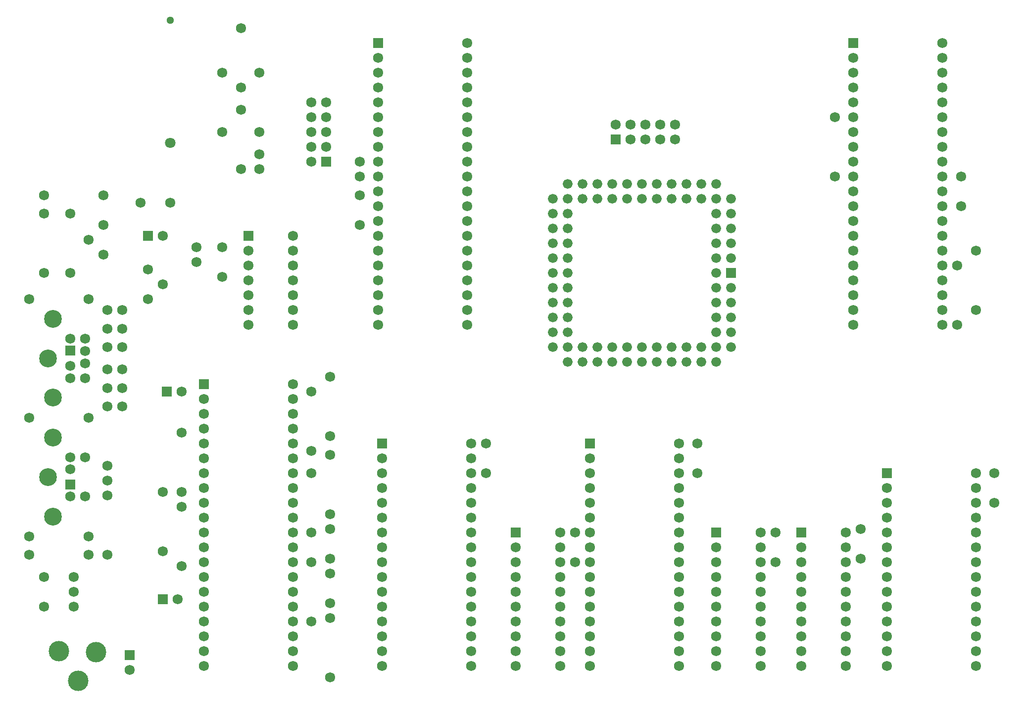
<source format=gbs>
%FSLAX24Y24*%
%MOIN*%
G70*
G01*
G75*
G04 Layer_Color=16711935*
%ADD10R,0.0591X0.0276*%
%ADD11R,0.1102X0.0591*%
%ADD12R,0.0591X0.0394*%
%ADD13C,0.0100*%
%ADD14C,0.0433*%
%ADD15C,0.0630*%
%ADD16R,0.0580X0.0580*%
%ADD17C,0.0580*%
%ADD18C,0.0600*%
%ADD19R,0.0600X0.0600*%
%ADD20C,0.1102*%
%ADD21C,0.1299*%
%ADD22R,0.0600X0.0600*%
%ADD23C,0.0315*%
%ADD24C,0.1120*%
%ADD25R,0.0669X0.0354*%
%ADD26R,0.1181X0.0669*%
%ADD27R,0.0669X0.0472*%
%ADD28C,0.0512*%
%ADD29C,0.0709*%
%ADD30R,0.0659X0.0659*%
%ADD31C,0.0659*%
%ADD32C,0.0679*%
%ADD33R,0.0679X0.0679*%
%ADD34C,0.1181*%
%ADD35C,0.1378*%
%ADD36R,0.0679X0.0679*%
%ADD37C,0.1199*%
D28*
X10234Y45278D02*
D03*
D29*
Y37010D02*
D03*
D30*
X48000Y28250D02*
D03*
D31*
X47000D02*
D03*
X48000Y29250D02*
D03*
X47000D02*
D03*
X48000Y30250D02*
D03*
X47000D02*
D03*
X48000Y31250D02*
D03*
X47000D02*
D03*
X48000Y32250D02*
D03*
X47000D02*
D03*
X48000Y33250D02*
D03*
X47000Y34250D02*
D03*
Y33250D02*
D03*
X46000Y34250D02*
D03*
Y33250D02*
D03*
X45000Y34250D02*
D03*
Y33250D02*
D03*
X44000Y34250D02*
D03*
Y33250D02*
D03*
X43000Y34250D02*
D03*
Y33250D02*
D03*
X42000Y34250D02*
D03*
Y33250D02*
D03*
X41000Y34250D02*
D03*
Y33250D02*
D03*
X40000Y34250D02*
D03*
Y33250D02*
D03*
X39000Y34250D02*
D03*
Y33250D02*
D03*
X38000Y34250D02*
D03*
Y33250D02*
D03*
X37000Y34250D02*
D03*
X36000Y33250D02*
D03*
X37000D02*
D03*
X36000Y32250D02*
D03*
X37000D02*
D03*
X36000Y31250D02*
D03*
X37000D02*
D03*
X36000Y30250D02*
D03*
X37000D02*
D03*
X36000Y29250D02*
D03*
X37000D02*
D03*
X36000Y28250D02*
D03*
X37000D02*
D03*
X36000Y27250D02*
D03*
X37000D02*
D03*
X36000Y26250D02*
D03*
X37000D02*
D03*
X36000Y25250D02*
D03*
X37000D02*
D03*
X36000Y24250D02*
D03*
X37000D02*
D03*
X36000Y23250D02*
D03*
X37000Y22250D02*
D03*
Y23250D02*
D03*
X38000Y22250D02*
D03*
Y23250D02*
D03*
X39000Y22250D02*
D03*
Y23250D02*
D03*
X40000Y22250D02*
D03*
Y23250D02*
D03*
X41000Y22250D02*
D03*
Y23250D02*
D03*
X42000Y22250D02*
D03*
Y23250D02*
D03*
X43000Y22250D02*
D03*
Y23250D02*
D03*
X44000Y22250D02*
D03*
Y23250D02*
D03*
X45000Y22250D02*
D03*
Y23250D02*
D03*
X46000Y22250D02*
D03*
Y23250D02*
D03*
X47000Y22250D02*
D03*
X48000Y23250D02*
D03*
X47000D02*
D03*
X48000Y24250D02*
D03*
X47000D02*
D03*
X48000Y25250D02*
D03*
X47000D02*
D03*
X48000Y26250D02*
D03*
X47000D02*
D03*
X48000Y27250D02*
D03*
X47000D02*
D03*
D32*
X7500Y1500D02*
D03*
X3510Y21990D02*
D03*
Y23840D02*
D03*
X4500Y23000D02*
D03*
X3510Y21160D02*
D03*
X4490Y23840D02*
D03*
X4500Y22150D02*
D03*
X4490Y21160D02*
D03*
X3510Y15010D02*
D03*
Y13180D02*
D03*
Y15820D02*
D03*
X4490Y13180D02*
D03*
Y15820D02*
D03*
X3750Y5750D02*
D03*
Y6750D02*
D03*
Y7750D02*
D03*
X1750D02*
D03*
Y5750D02*
D03*
X6000Y13250D02*
D03*
Y9250D02*
D03*
Y14250D02*
D03*
Y15250D02*
D03*
X10250Y33000D02*
D03*
X8250D02*
D03*
X9750Y30750D02*
D03*
X1750Y32250D02*
D03*
Y28250D02*
D03*
X3500D02*
D03*
Y32250D02*
D03*
X5750Y33500D02*
D03*
X1750D02*
D03*
X6000Y20500D02*
D03*
X7000D02*
D03*
X6000Y23250D02*
D03*
X7000D02*
D03*
X8750Y28500D02*
D03*
X9750Y27500D02*
D03*
X8750Y26500D02*
D03*
X6000Y25750D02*
D03*
X7000D02*
D03*
X6000Y19250D02*
D03*
X7000D02*
D03*
X6000Y21750D02*
D03*
X7000D02*
D03*
X6000Y24500D02*
D03*
X7000D02*
D03*
X750Y18500D02*
D03*
X4750D02*
D03*
X750Y26500D02*
D03*
X4750D02*
D03*
Y10500D02*
D03*
X750D02*
D03*
Y9250D02*
D03*
X4750D02*
D03*
X5750Y29500D02*
D03*
X4750Y30500D02*
D03*
X5750Y31500D02*
D03*
X15500Y25750D02*
D03*
Y24750D02*
D03*
Y28750D02*
D03*
Y27750D02*
D03*
X18500Y25750D02*
D03*
Y24750D02*
D03*
Y28750D02*
D03*
Y27750D02*
D03*
Y30750D02*
D03*
X15500Y26750D02*
D03*
Y29750D02*
D03*
X18500Y26750D02*
D03*
Y29750D02*
D03*
X55750Y1750D02*
D03*
Y2750D02*
D03*
Y3750D02*
D03*
Y4750D02*
D03*
Y5750D02*
D03*
Y6750D02*
D03*
Y7750D02*
D03*
Y8750D02*
D03*
Y9750D02*
D03*
Y10750D02*
D03*
X52750Y1750D02*
D03*
Y2750D02*
D03*
Y3750D02*
D03*
Y4750D02*
D03*
Y5750D02*
D03*
Y6750D02*
D03*
Y7750D02*
D03*
Y8750D02*
D03*
Y9750D02*
D03*
X18500Y1750D02*
D03*
Y2750D02*
D03*
Y3750D02*
D03*
Y4750D02*
D03*
Y5750D02*
D03*
Y6750D02*
D03*
Y7750D02*
D03*
Y8750D02*
D03*
Y9750D02*
D03*
Y10750D02*
D03*
Y11750D02*
D03*
Y12750D02*
D03*
Y13750D02*
D03*
Y14750D02*
D03*
Y15750D02*
D03*
Y16750D02*
D03*
Y17750D02*
D03*
Y18750D02*
D03*
Y19750D02*
D03*
Y20750D02*
D03*
X12500Y1750D02*
D03*
Y2750D02*
D03*
Y3750D02*
D03*
Y4750D02*
D03*
Y5750D02*
D03*
Y6750D02*
D03*
Y7750D02*
D03*
Y8750D02*
D03*
Y9750D02*
D03*
Y10750D02*
D03*
Y11750D02*
D03*
Y12750D02*
D03*
Y13750D02*
D03*
Y14750D02*
D03*
Y15750D02*
D03*
Y16750D02*
D03*
Y17750D02*
D03*
Y18750D02*
D03*
Y19750D02*
D03*
X30500Y1750D02*
D03*
Y2750D02*
D03*
Y3750D02*
D03*
Y4750D02*
D03*
Y5750D02*
D03*
Y6750D02*
D03*
Y7750D02*
D03*
Y8750D02*
D03*
Y9750D02*
D03*
Y10750D02*
D03*
Y11750D02*
D03*
Y12750D02*
D03*
Y13750D02*
D03*
Y14750D02*
D03*
Y15750D02*
D03*
Y16750D02*
D03*
X24500Y1750D02*
D03*
Y2750D02*
D03*
Y3750D02*
D03*
Y4750D02*
D03*
Y5750D02*
D03*
Y6750D02*
D03*
Y7750D02*
D03*
Y8750D02*
D03*
Y9750D02*
D03*
Y10750D02*
D03*
Y11750D02*
D03*
Y12750D02*
D03*
Y13750D02*
D03*
Y14750D02*
D03*
Y15750D02*
D03*
X30250Y24750D02*
D03*
Y25750D02*
D03*
Y26750D02*
D03*
Y27750D02*
D03*
Y28750D02*
D03*
Y29750D02*
D03*
Y30750D02*
D03*
Y31750D02*
D03*
Y32750D02*
D03*
Y33750D02*
D03*
Y34750D02*
D03*
Y35750D02*
D03*
Y36750D02*
D03*
Y37750D02*
D03*
Y38750D02*
D03*
Y39750D02*
D03*
Y40750D02*
D03*
Y41750D02*
D03*
Y42750D02*
D03*
Y43750D02*
D03*
X24250Y24750D02*
D03*
Y25750D02*
D03*
Y26750D02*
D03*
Y27750D02*
D03*
Y28750D02*
D03*
Y29750D02*
D03*
Y30750D02*
D03*
Y31750D02*
D03*
Y32750D02*
D03*
Y33750D02*
D03*
Y34750D02*
D03*
Y35750D02*
D03*
Y36750D02*
D03*
Y37750D02*
D03*
Y38750D02*
D03*
Y39750D02*
D03*
Y40750D02*
D03*
Y41750D02*
D03*
Y42750D02*
D03*
X58500Y13750D02*
D03*
Y12750D02*
D03*
Y11750D02*
D03*
Y10750D02*
D03*
Y9750D02*
D03*
Y8750D02*
D03*
Y7750D02*
D03*
Y6750D02*
D03*
Y5750D02*
D03*
Y4750D02*
D03*
Y3750D02*
D03*
Y2750D02*
D03*
Y1750D02*
D03*
X64500Y14750D02*
D03*
Y13750D02*
D03*
Y12750D02*
D03*
Y11750D02*
D03*
Y10750D02*
D03*
Y9750D02*
D03*
Y8750D02*
D03*
Y7750D02*
D03*
Y6750D02*
D03*
Y5750D02*
D03*
Y4750D02*
D03*
Y3750D02*
D03*
Y2750D02*
D03*
Y1750D02*
D03*
X36500D02*
D03*
Y2750D02*
D03*
Y3750D02*
D03*
Y4750D02*
D03*
Y5750D02*
D03*
Y6750D02*
D03*
Y7750D02*
D03*
Y8750D02*
D03*
Y9750D02*
D03*
Y10750D02*
D03*
X33500Y1750D02*
D03*
Y2750D02*
D03*
Y3750D02*
D03*
Y4750D02*
D03*
Y5750D02*
D03*
Y6750D02*
D03*
Y7750D02*
D03*
Y8750D02*
D03*
Y9750D02*
D03*
X50000Y1750D02*
D03*
Y2750D02*
D03*
Y3750D02*
D03*
Y4750D02*
D03*
Y5750D02*
D03*
Y6750D02*
D03*
Y7750D02*
D03*
Y8750D02*
D03*
Y9750D02*
D03*
Y10750D02*
D03*
X47000Y1750D02*
D03*
Y2750D02*
D03*
Y3750D02*
D03*
Y4750D02*
D03*
Y5750D02*
D03*
Y6750D02*
D03*
Y7750D02*
D03*
Y8750D02*
D03*
Y9750D02*
D03*
X44500Y1750D02*
D03*
Y2750D02*
D03*
Y3750D02*
D03*
Y4750D02*
D03*
Y5750D02*
D03*
Y6750D02*
D03*
Y7750D02*
D03*
Y8750D02*
D03*
Y9750D02*
D03*
Y10750D02*
D03*
Y11750D02*
D03*
Y12750D02*
D03*
Y13750D02*
D03*
Y14750D02*
D03*
Y15750D02*
D03*
Y16750D02*
D03*
X38500Y1750D02*
D03*
Y2750D02*
D03*
Y3750D02*
D03*
Y4750D02*
D03*
Y5750D02*
D03*
Y6750D02*
D03*
Y7750D02*
D03*
Y8750D02*
D03*
Y9750D02*
D03*
Y10750D02*
D03*
Y11750D02*
D03*
Y12750D02*
D03*
Y13750D02*
D03*
Y14750D02*
D03*
Y15750D02*
D03*
X62250Y24750D02*
D03*
Y25750D02*
D03*
Y26750D02*
D03*
Y27750D02*
D03*
Y28750D02*
D03*
Y29750D02*
D03*
Y30750D02*
D03*
Y31750D02*
D03*
Y32750D02*
D03*
Y33750D02*
D03*
Y34750D02*
D03*
Y35750D02*
D03*
Y36750D02*
D03*
Y37750D02*
D03*
Y38750D02*
D03*
Y39750D02*
D03*
Y40750D02*
D03*
Y41750D02*
D03*
Y42750D02*
D03*
Y43750D02*
D03*
X56250Y24750D02*
D03*
Y25750D02*
D03*
Y26750D02*
D03*
Y27750D02*
D03*
Y28750D02*
D03*
Y29750D02*
D03*
Y30750D02*
D03*
Y31750D02*
D03*
Y32750D02*
D03*
Y33750D02*
D03*
Y34750D02*
D03*
Y35750D02*
D03*
Y36750D02*
D03*
Y37750D02*
D03*
Y38750D02*
D03*
Y39750D02*
D03*
Y40750D02*
D03*
Y41750D02*
D03*
Y42750D02*
D03*
X21000Y9000D02*
D03*
Y11000D02*
D03*
X11000Y20250D02*
D03*
X15000Y39250D02*
D03*
Y35250D02*
D03*
X10750Y6250D02*
D03*
X21000Y6000D02*
D03*
Y8000D02*
D03*
X65750Y12750D02*
D03*
Y14750D02*
D03*
X64500Y29750D02*
D03*
Y25750D02*
D03*
X56750Y9000D02*
D03*
Y11000D02*
D03*
X51000Y8750D02*
D03*
Y10750D02*
D03*
X55000Y38750D02*
D03*
Y34750D02*
D03*
X11000Y8500D02*
D03*
Y12500D02*
D03*
X9750Y9500D02*
D03*
Y13500D02*
D03*
X11000Y17500D02*
D03*
Y13500D02*
D03*
X19750Y20250D02*
D03*
Y16250D02*
D03*
Y4750D02*
D03*
Y8750D02*
D03*
Y14750D02*
D03*
Y10750D02*
D03*
X21000Y12000D02*
D03*
Y16000D02*
D03*
Y21250D02*
D03*
Y17250D02*
D03*
Y1000D02*
D03*
Y5000D02*
D03*
X45750Y16750D02*
D03*
Y14750D02*
D03*
X37500Y8750D02*
D03*
Y10750D02*
D03*
X31500Y14750D02*
D03*
Y16750D02*
D03*
X63500Y32750D02*
D03*
Y34750D02*
D03*
X23000Y31500D02*
D03*
Y33500D02*
D03*
X40250Y38250D02*
D03*
X41250Y37250D02*
D03*
Y38250D02*
D03*
X42250Y37250D02*
D03*
Y38250D02*
D03*
X43250Y37250D02*
D03*
Y38250D02*
D03*
X44250Y37250D02*
D03*
Y38250D02*
D03*
X13750Y30000D02*
D03*
Y28000D02*
D03*
X12000Y30000D02*
D03*
Y29000D02*
D03*
X15000Y40750D02*
D03*
Y44750D02*
D03*
X13750Y41750D02*
D03*
Y37750D02*
D03*
X16250D02*
D03*
Y41750D02*
D03*
Y36250D02*
D03*
Y35250D02*
D03*
X23000Y34750D02*
D03*
Y35750D02*
D03*
X63250Y24750D02*
D03*
Y28750D02*
D03*
X19750Y35750D02*
D03*
X20750Y36750D02*
D03*
X19750D02*
D03*
X20750Y37750D02*
D03*
X19750D02*
D03*
X20750Y38750D02*
D03*
X19750D02*
D03*
X20750Y39750D02*
D03*
X19750D02*
D03*
D33*
X7500Y2500D02*
D03*
X3510Y23010D02*
D03*
Y13990D02*
D03*
X12500Y20750D02*
D03*
X24500Y16750D02*
D03*
X38500D02*
D03*
X9750Y6250D02*
D03*
X20750Y35750D02*
D03*
D35*
X2750Y2750D02*
D03*
X4050Y750D02*
D03*
X5250Y2700D02*
D03*
D36*
X8750Y30750D02*
D03*
X15500D02*
D03*
X52750Y10750D02*
D03*
X24250Y43750D02*
D03*
X58500Y14750D02*
D03*
X33500Y10750D02*
D03*
X47000D02*
D03*
X56250Y43750D02*
D03*
X10000Y20250D02*
D03*
X40250Y37250D02*
D03*
D37*
X2330Y19850D02*
D03*
X2010Y22500D02*
D03*
X2330Y25150D02*
D03*
Y11840D02*
D03*
X2010Y14500D02*
D03*
X2330Y17160D02*
D03*
M02*

</source>
